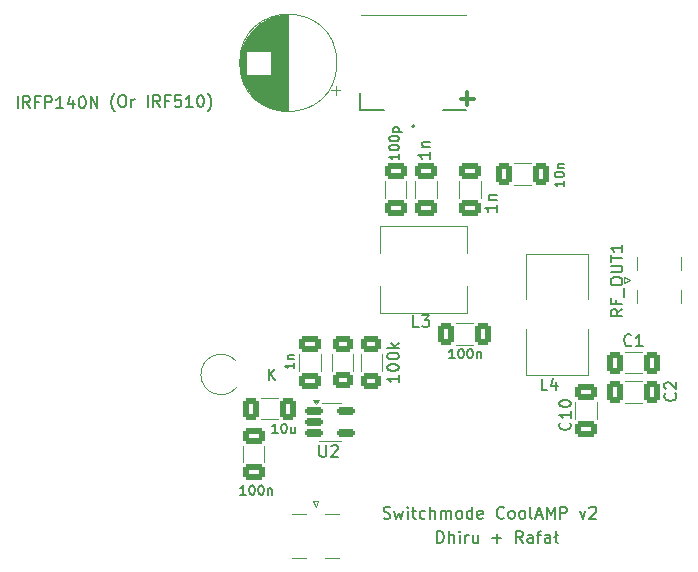
<source format=gbr>
%TF.GenerationSoftware,KiCad,Pcbnew,8.99.0-unknown-e538b98286~178~ubuntu22.04.1*%
%TF.CreationDate,2024-04-14T11:06:52+05:30*%
%TF.ProjectId,HF-PA-v10,48462d50-412d-4763-9130-2e6b69636164,rev?*%
%TF.SameCoordinates,Original*%
%TF.FileFunction,Legend,Top*%
%TF.FilePolarity,Positive*%
%FSLAX46Y46*%
G04 Gerber Fmt 4.6, Leading zero omitted, Abs format (unit mm)*
G04 Created by KiCad (PCBNEW 8.99.0-unknown-e538b98286~178~ubuntu22.04.1) date 2024-04-14 11:06:52*
%MOMM*%
%LPD*%
G01*
G04 APERTURE LIST*
G04 Aperture macros list*
%AMRoundRect*
0 Rectangle with rounded corners*
0 $1 Rounding radius*
0 $2 $3 $4 $5 $6 $7 $8 $9 X,Y pos of 4 corners*
0 Add a 4 corners polygon primitive as box body*
4,1,4,$2,$3,$4,$5,$6,$7,$8,$9,$2,$3,0*
0 Add four circle primitives for the rounded corners*
1,1,$1+$1,$2,$3*
1,1,$1+$1,$4,$5*
1,1,$1+$1,$6,$7*
1,1,$1+$1,$8,$9*
0 Add four rect primitives between the rounded corners*
20,1,$1+$1,$2,$3,$4,$5,0*
20,1,$1+$1,$4,$5,$6,$7,0*
20,1,$1+$1,$6,$7,$8,$9,0*
20,1,$1+$1,$8,$9,$2,$3,0*%
G04 Aperture macros list end*
%ADD10C,0.300000*%
%ADD11C,0.150000*%
%ADD12C,0.120000*%
%ADD13C,0.127000*%
%ADD14C,0.200000*%
%ADD15RoundRect,0.250000X-0.412500X-0.650000X0.412500X-0.650000X0.412500X0.650000X-0.412500X0.650000X0*%
%ADD16RoundRect,0.250000X0.412500X0.650000X-0.412500X0.650000X-0.412500X-0.650000X0.412500X-0.650000X0*%
%ADD17C,2.000000*%
%ADD18C,0.800000*%
%ADD19C,6.400000*%
%ADD20RoundRect,0.250000X-0.650000X0.412500X-0.650000X-0.412500X0.650000X-0.412500X0.650000X0.412500X0*%
%ADD21R,3.600000X1.270000*%
%ADD22R,4.200000X1.350000*%
%ADD23O,4.400000X2.200000*%
%ADD24O,4.000000X2.000000*%
%ADD25O,2.000000X4.000000*%
%ADD26R,1.600000X1.600000*%
%ADD27C,1.600000*%
%ADD28RoundRect,0.250000X0.650000X-0.412500X0.650000X0.412500X-0.650000X0.412500X-0.650000X-0.412500X0*%
%ADD29O,3.500000X3.500000*%
%ADD30R,2.000000X1.905000*%
%ADD31O,2.000000X1.905000*%
%ADD32R,1.270000X3.600000*%
%ADD33R,1.350000X4.200000*%
%ADD34O,3.600000X3.600000*%
%ADD35R,4.500000X2.500000*%
%ADD36O,4.500000X2.500000*%
%ADD37R,2.200000X2.200000*%
%ADD38O,2.200000X2.200000*%
%ADD39RoundRect,0.162500X-0.617500X-0.162500X0.617500X-0.162500X0.617500X0.162500X-0.617500X0.162500X0*%
%ADD40RoundRect,0.250000X-0.625000X0.400000X-0.625000X-0.400000X0.625000X-0.400000X0.625000X0.400000X0*%
%ADD41R,2.050000X2.200000*%
G04 APERTURE END LIST*
D10*
X187854510Y-70079400D02*
X188997368Y-70079400D01*
X188425939Y-70650828D02*
X188425939Y-69507971D01*
D11*
X158552493Y-71160771D02*
X158504874Y-71113152D01*
X158504874Y-71113152D02*
X158409636Y-70970295D01*
X158409636Y-70970295D02*
X158362017Y-70875057D01*
X158362017Y-70875057D02*
X158314398Y-70732200D01*
X158314398Y-70732200D02*
X158266779Y-70494104D01*
X158266779Y-70494104D02*
X158266779Y-70303628D01*
X158266779Y-70303628D02*
X158314398Y-70065533D01*
X158314398Y-70065533D02*
X158362017Y-69922676D01*
X158362017Y-69922676D02*
X158409636Y-69827438D01*
X158409636Y-69827438D02*
X158504874Y-69684580D01*
X158504874Y-69684580D02*
X158552493Y-69636961D01*
X159123922Y-69779819D02*
X159314398Y-69779819D01*
X159314398Y-69779819D02*
X159409636Y-69827438D01*
X159409636Y-69827438D02*
X159504874Y-69922676D01*
X159504874Y-69922676D02*
X159552493Y-70113152D01*
X159552493Y-70113152D02*
X159552493Y-70446485D01*
X159552493Y-70446485D02*
X159504874Y-70636961D01*
X159504874Y-70636961D02*
X159409636Y-70732200D01*
X159409636Y-70732200D02*
X159314398Y-70779819D01*
X159314398Y-70779819D02*
X159123922Y-70779819D01*
X159123922Y-70779819D02*
X159028684Y-70732200D01*
X159028684Y-70732200D02*
X158933446Y-70636961D01*
X158933446Y-70636961D02*
X158885827Y-70446485D01*
X158885827Y-70446485D02*
X158885827Y-70113152D01*
X158885827Y-70113152D02*
X158933446Y-69922676D01*
X158933446Y-69922676D02*
X159028684Y-69827438D01*
X159028684Y-69827438D02*
X159123922Y-69779819D01*
X159981065Y-70779819D02*
X159981065Y-70113152D01*
X159981065Y-70303628D02*
X160028684Y-70208390D01*
X160028684Y-70208390D02*
X160076303Y-70160771D01*
X160076303Y-70160771D02*
X160171541Y-70113152D01*
X160171541Y-70113152D02*
X160266779Y-70113152D01*
X161362018Y-70779819D02*
X161362018Y-69779819D01*
X162409636Y-70779819D02*
X162076303Y-70303628D01*
X161838208Y-70779819D02*
X161838208Y-69779819D01*
X161838208Y-69779819D02*
X162219160Y-69779819D01*
X162219160Y-69779819D02*
X162314398Y-69827438D01*
X162314398Y-69827438D02*
X162362017Y-69875057D01*
X162362017Y-69875057D02*
X162409636Y-69970295D01*
X162409636Y-69970295D02*
X162409636Y-70113152D01*
X162409636Y-70113152D02*
X162362017Y-70208390D01*
X162362017Y-70208390D02*
X162314398Y-70256009D01*
X162314398Y-70256009D02*
X162219160Y-70303628D01*
X162219160Y-70303628D02*
X161838208Y-70303628D01*
X163171541Y-70256009D02*
X162838208Y-70256009D01*
X162838208Y-70779819D02*
X162838208Y-69779819D01*
X162838208Y-69779819D02*
X163314398Y-69779819D01*
X164171541Y-69779819D02*
X163695351Y-69779819D01*
X163695351Y-69779819D02*
X163647732Y-70256009D01*
X163647732Y-70256009D02*
X163695351Y-70208390D01*
X163695351Y-70208390D02*
X163790589Y-70160771D01*
X163790589Y-70160771D02*
X164028684Y-70160771D01*
X164028684Y-70160771D02*
X164123922Y-70208390D01*
X164123922Y-70208390D02*
X164171541Y-70256009D01*
X164171541Y-70256009D02*
X164219160Y-70351247D01*
X164219160Y-70351247D02*
X164219160Y-70589342D01*
X164219160Y-70589342D02*
X164171541Y-70684580D01*
X164171541Y-70684580D02*
X164123922Y-70732200D01*
X164123922Y-70732200D02*
X164028684Y-70779819D01*
X164028684Y-70779819D02*
X163790589Y-70779819D01*
X163790589Y-70779819D02*
X163695351Y-70732200D01*
X163695351Y-70732200D02*
X163647732Y-70684580D01*
X165171541Y-70779819D02*
X164600113Y-70779819D01*
X164885827Y-70779819D02*
X164885827Y-69779819D01*
X164885827Y-69779819D02*
X164790589Y-69922676D01*
X164790589Y-69922676D02*
X164695351Y-70017914D01*
X164695351Y-70017914D02*
X164600113Y-70065533D01*
X165790589Y-69779819D02*
X165885827Y-69779819D01*
X165885827Y-69779819D02*
X165981065Y-69827438D01*
X165981065Y-69827438D02*
X166028684Y-69875057D01*
X166028684Y-69875057D02*
X166076303Y-69970295D01*
X166076303Y-69970295D02*
X166123922Y-70160771D01*
X166123922Y-70160771D02*
X166123922Y-70398866D01*
X166123922Y-70398866D02*
X166076303Y-70589342D01*
X166076303Y-70589342D02*
X166028684Y-70684580D01*
X166028684Y-70684580D02*
X165981065Y-70732200D01*
X165981065Y-70732200D02*
X165885827Y-70779819D01*
X165885827Y-70779819D02*
X165790589Y-70779819D01*
X165790589Y-70779819D02*
X165695351Y-70732200D01*
X165695351Y-70732200D02*
X165647732Y-70684580D01*
X165647732Y-70684580D02*
X165600113Y-70589342D01*
X165600113Y-70589342D02*
X165552494Y-70398866D01*
X165552494Y-70398866D02*
X165552494Y-70160771D01*
X165552494Y-70160771D02*
X165600113Y-69970295D01*
X165600113Y-69970295D02*
X165647732Y-69875057D01*
X165647732Y-69875057D02*
X165695351Y-69827438D01*
X165695351Y-69827438D02*
X165790589Y-69779819D01*
X166457256Y-71160771D02*
X166504875Y-71113152D01*
X166504875Y-71113152D02*
X166600113Y-70970295D01*
X166600113Y-70970295D02*
X166647732Y-70875057D01*
X166647732Y-70875057D02*
X166695351Y-70732200D01*
X166695351Y-70732200D02*
X166742970Y-70494104D01*
X166742970Y-70494104D02*
X166742970Y-70303628D01*
X166742970Y-70303628D02*
X166695351Y-70065533D01*
X166695351Y-70065533D02*
X166647732Y-69922676D01*
X166647732Y-69922676D02*
X166600113Y-69827438D01*
X166600113Y-69827438D02*
X166504875Y-69684580D01*
X166504875Y-69684580D02*
X166457256Y-69636961D01*
X185876779Y-107679819D02*
X185876779Y-106679819D01*
X185876779Y-106679819D02*
X186114874Y-106679819D01*
X186114874Y-106679819D02*
X186257731Y-106727438D01*
X186257731Y-106727438D02*
X186352969Y-106822676D01*
X186352969Y-106822676D02*
X186400588Y-106917914D01*
X186400588Y-106917914D02*
X186448207Y-107108390D01*
X186448207Y-107108390D02*
X186448207Y-107251247D01*
X186448207Y-107251247D02*
X186400588Y-107441723D01*
X186400588Y-107441723D02*
X186352969Y-107536961D01*
X186352969Y-107536961D02*
X186257731Y-107632200D01*
X186257731Y-107632200D02*
X186114874Y-107679819D01*
X186114874Y-107679819D02*
X185876779Y-107679819D01*
X186876779Y-107679819D02*
X186876779Y-106679819D01*
X187305350Y-107679819D02*
X187305350Y-107156009D01*
X187305350Y-107156009D02*
X187257731Y-107060771D01*
X187257731Y-107060771D02*
X187162493Y-107013152D01*
X187162493Y-107013152D02*
X187019636Y-107013152D01*
X187019636Y-107013152D02*
X186924398Y-107060771D01*
X186924398Y-107060771D02*
X186876779Y-107108390D01*
X187781541Y-107679819D02*
X187781541Y-107013152D01*
X187781541Y-106679819D02*
X187733922Y-106727438D01*
X187733922Y-106727438D02*
X187781541Y-106775057D01*
X187781541Y-106775057D02*
X187829160Y-106727438D01*
X187829160Y-106727438D02*
X187781541Y-106679819D01*
X187781541Y-106679819D02*
X187781541Y-106775057D01*
X188257731Y-107679819D02*
X188257731Y-107013152D01*
X188257731Y-107203628D02*
X188305350Y-107108390D01*
X188305350Y-107108390D02*
X188352969Y-107060771D01*
X188352969Y-107060771D02*
X188448207Y-107013152D01*
X188448207Y-107013152D02*
X188543445Y-107013152D01*
X189305350Y-107013152D02*
X189305350Y-107679819D01*
X188876779Y-107013152D02*
X188876779Y-107536961D01*
X188876779Y-107536961D02*
X188924398Y-107632200D01*
X188924398Y-107632200D02*
X189019636Y-107679819D01*
X189019636Y-107679819D02*
X189162493Y-107679819D01*
X189162493Y-107679819D02*
X189257731Y-107632200D01*
X189257731Y-107632200D02*
X189305350Y-107584580D01*
X190543446Y-107298866D02*
X191305351Y-107298866D01*
X190924398Y-107679819D02*
X190924398Y-106917914D01*
X193114874Y-107679819D02*
X192781541Y-107203628D01*
X192543446Y-107679819D02*
X192543446Y-106679819D01*
X192543446Y-106679819D02*
X192924398Y-106679819D01*
X192924398Y-106679819D02*
X193019636Y-106727438D01*
X193019636Y-106727438D02*
X193067255Y-106775057D01*
X193067255Y-106775057D02*
X193114874Y-106870295D01*
X193114874Y-106870295D02*
X193114874Y-107013152D01*
X193114874Y-107013152D02*
X193067255Y-107108390D01*
X193067255Y-107108390D02*
X193019636Y-107156009D01*
X193019636Y-107156009D02*
X192924398Y-107203628D01*
X192924398Y-107203628D02*
X192543446Y-107203628D01*
X193972017Y-107679819D02*
X193972017Y-107156009D01*
X193972017Y-107156009D02*
X193924398Y-107060771D01*
X193924398Y-107060771D02*
X193829160Y-107013152D01*
X193829160Y-107013152D02*
X193638684Y-107013152D01*
X193638684Y-107013152D02*
X193543446Y-107060771D01*
X193972017Y-107632200D02*
X193876779Y-107679819D01*
X193876779Y-107679819D02*
X193638684Y-107679819D01*
X193638684Y-107679819D02*
X193543446Y-107632200D01*
X193543446Y-107632200D02*
X193495827Y-107536961D01*
X193495827Y-107536961D02*
X193495827Y-107441723D01*
X193495827Y-107441723D02*
X193543446Y-107346485D01*
X193543446Y-107346485D02*
X193638684Y-107298866D01*
X193638684Y-107298866D02*
X193876779Y-107298866D01*
X193876779Y-107298866D02*
X193972017Y-107251247D01*
X194305351Y-107013152D02*
X194686303Y-107013152D01*
X194448208Y-107679819D02*
X194448208Y-106822676D01*
X194448208Y-106822676D02*
X194495827Y-106727438D01*
X194495827Y-106727438D02*
X194591065Y-106679819D01*
X194591065Y-106679819D02*
X194686303Y-106679819D01*
X195448208Y-107679819D02*
X195448208Y-107156009D01*
X195448208Y-107156009D02*
X195400589Y-107060771D01*
X195400589Y-107060771D02*
X195305351Y-107013152D01*
X195305351Y-107013152D02*
X195114875Y-107013152D01*
X195114875Y-107013152D02*
X195019637Y-107060771D01*
X195448208Y-107632200D02*
X195352970Y-107679819D01*
X195352970Y-107679819D02*
X195114875Y-107679819D01*
X195114875Y-107679819D02*
X195019637Y-107632200D01*
X195019637Y-107632200D02*
X194972018Y-107536961D01*
X194972018Y-107536961D02*
X194972018Y-107441723D01*
X194972018Y-107441723D02*
X195019637Y-107346485D01*
X195019637Y-107346485D02*
X195114875Y-107298866D01*
X195114875Y-107298866D02*
X195352970Y-107298866D01*
X195352970Y-107298866D02*
X195448208Y-107251247D01*
X196067256Y-107679819D02*
X195972018Y-107632200D01*
X195972018Y-107632200D02*
X195924399Y-107536961D01*
X195924399Y-107536961D02*
X195924399Y-106679819D01*
X195781542Y-107203628D02*
X196067256Y-107013152D01*
X181329160Y-105592256D02*
X181472017Y-105639875D01*
X181472017Y-105639875D02*
X181710112Y-105639875D01*
X181710112Y-105639875D02*
X181805350Y-105592256D01*
X181805350Y-105592256D02*
X181852969Y-105544636D01*
X181852969Y-105544636D02*
X181900588Y-105449398D01*
X181900588Y-105449398D02*
X181900588Y-105354160D01*
X181900588Y-105354160D02*
X181852969Y-105258922D01*
X181852969Y-105258922D02*
X181805350Y-105211303D01*
X181805350Y-105211303D02*
X181710112Y-105163684D01*
X181710112Y-105163684D02*
X181519636Y-105116065D01*
X181519636Y-105116065D02*
X181424398Y-105068446D01*
X181424398Y-105068446D02*
X181376779Y-105020827D01*
X181376779Y-105020827D02*
X181329160Y-104925589D01*
X181329160Y-104925589D02*
X181329160Y-104830351D01*
X181329160Y-104830351D02*
X181376779Y-104735113D01*
X181376779Y-104735113D02*
X181424398Y-104687494D01*
X181424398Y-104687494D02*
X181519636Y-104639875D01*
X181519636Y-104639875D02*
X181757731Y-104639875D01*
X181757731Y-104639875D02*
X181900588Y-104687494D01*
X182233922Y-104973208D02*
X182424398Y-105639875D01*
X182424398Y-105639875D02*
X182614874Y-105163684D01*
X182614874Y-105163684D02*
X182805350Y-105639875D01*
X182805350Y-105639875D02*
X182995826Y-104973208D01*
X183376779Y-105639875D02*
X183376779Y-104973208D01*
X183376779Y-104639875D02*
X183329160Y-104687494D01*
X183329160Y-104687494D02*
X183376779Y-104735113D01*
X183376779Y-104735113D02*
X183424398Y-104687494D01*
X183424398Y-104687494D02*
X183376779Y-104639875D01*
X183376779Y-104639875D02*
X183376779Y-104735113D01*
X183710112Y-104973208D02*
X184091064Y-104973208D01*
X183852969Y-104639875D02*
X183852969Y-105497017D01*
X183852969Y-105497017D02*
X183900588Y-105592256D01*
X183900588Y-105592256D02*
X183995826Y-105639875D01*
X183995826Y-105639875D02*
X184091064Y-105639875D01*
X184852969Y-105592256D02*
X184757731Y-105639875D01*
X184757731Y-105639875D02*
X184567255Y-105639875D01*
X184567255Y-105639875D02*
X184472017Y-105592256D01*
X184472017Y-105592256D02*
X184424398Y-105544636D01*
X184424398Y-105544636D02*
X184376779Y-105449398D01*
X184376779Y-105449398D02*
X184376779Y-105163684D01*
X184376779Y-105163684D02*
X184424398Y-105068446D01*
X184424398Y-105068446D02*
X184472017Y-105020827D01*
X184472017Y-105020827D02*
X184567255Y-104973208D01*
X184567255Y-104973208D02*
X184757731Y-104973208D01*
X184757731Y-104973208D02*
X184852969Y-105020827D01*
X185281541Y-105639875D02*
X185281541Y-104639875D01*
X185710112Y-105639875D02*
X185710112Y-105116065D01*
X185710112Y-105116065D02*
X185662493Y-105020827D01*
X185662493Y-105020827D02*
X185567255Y-104973208D01*
X185567255Y-104973208D02*
X185424398Y-104973208D01*
X185424398Y-104973208D02*
X185329160Y-105020827D01*
X185329160Y-105020827D02*
X185281541Y-105068446D01*
X186186303Y-105639875D02*
X186186303Y-104973208D01*
X186186303Y-105068446D02*
X186233922Y-105020827D01*
X186233922Y-105020827D02*
X186329160Y-104973208D01*
X186329160Y-104973208D02*
X186472017Y-104973208D01*
X186472017Y-104973208D02*
X186567255Y-105020827D01*
X186567255Y-105020827D02*
X186614874Y-105116065D01*
X186614874Y-105116065D02*
X186614874Y-105639875D01*
X186614874Y-105116065D02*
X186662493Y-105020827D01*
X186662493Y-105020827D02*
X186757731Y-104973208D01*
X186757731Y-104973208D02*
X186900588Y-104973208D01*
X186900588Y-104973208D02*
X186995827Y-105020827D01*
X186995827Y-105020827D02*
X187043446Y-105116065D01*
X187043446Y-105116065D02*
X187043446Y-105639875D01*
X187662493Y-105639875D02*
X187567255Y-105592256D01*
X187567255Y-105592256D02*
X187519636Y-105544636D01*
X187519636Y-105544636D02*
X187472017Y-105449398D01*
X187472017Y-105449398D02*
X187472017Y-105163684D01*
X187472017Y-105163684D02*
X187519636Y-105068446D01*
X187519636Y-105068446D02*
X187567255Y-105020827D01*
X187567255Y-105020827D02*
X187662493Y-104973208D01*
X187662493Y-104973208D02*
X187805350Y-104973208D01*
X187805350Y-104973208D02*
X187900588Y-105020827D01*
X187900588Y-105020827D02*
X187948207Y-105068446D01*
X187948207Y-105068446D02*
X187995826Y-105163684D01*
X187995826Y-105163684D02*
X187995826Y-105449398D01*
X187995826Y-105449398D02*
X187948207Y-105544636D01*
X187948207Y-105544636D02*
X187900588Y-105592256D01*
X187900588Y-105592256D02*
X187805350Y-105639875D01*
X187805350Y-105639875D02*
X187662493Y-105639875D01*
X188852969Y-105639875D02*
X188852969Y-104639875D01*
X188852969Y-105592256D02*
X188757731Y-105639875D01*
X188757731Y-105639875D02*
X188567255Y-105639875D01*
X188567255Y-105639875D02*
X188472017Y-105592256D01*
X188472017Y-105592256D02*
X188424398Y-105544636D01*
X188424398Y-105544636D02*
X188376779Y-105449398D01*
X188376779Y-105449398D02*
X188376779Y-105163684D01*
X188376779Y-105163684D02*
X188424398Y-105068446D01*
X188424398Y-105068446D02*
X188472017Y-105020827D01*
X188472017Y-105020827D02*
X188567255Y-104973208D01*
X188567255Y-104973208D02*
X188757731Y-104973208D01*
X188757731Y-104973208D02*
X188852969Y-105020827D01*
X189710112Y-105592256D02*
X189614874Y-105639875D01*
X189614874Y-105639875D02*
X189424398Y-105639875D01*
X189424398Y-105639875D02*
X189329160Y-105592256D01*
X189329160Y-105592256D02*
X189281541Y-105497017D01*
X189281541Y-105497017D02*
X189281541Y-105116065D01*
X189281541Y-105116065D02*
X189329160Y-105020827D01*
X189329160Y-105020827D02*
X189424398Y-104973208D01*
X189424398Y-104973208D02*
X189614874Y-104973208D01*
X189614874Y-104973208D02*
X189710112Y-105020827D01*
X189710112Y-105020827D02*
X189757731Y-105116065D01*
X189757731Y-105116065D02*
X189757731Y-105211303D01*
X189757731Y-105211303D02*
X189281541Y-105306541D01*
X191519636Y-105544636D02*
X191472017Y-105592256D01*
X191472017Y-105592256D02*
X191329160Y-105639875D01*
X191329160Y-105639875D02*
X191233922Y-105639875D01*
X191233922Y-105639875D02*
X191091065Y-105592256D01*
X191091065Y-105592256D02*
X190995827Y-105497017D01*
X190995827Y-105497017D02*
X190948208Y-105401779D01*
X190948208Y-105401779D02*
X190900589Y-105211303D01*
X190900589Y-105211303D02*
X190900589Y-105068446D01*
X190900589Y-105068446D02*
X190948208Y-104877970D01*
X190948208Y-104877970D02*
X190995827Y-104782732D01*
X190995827Y-104782732D02*
X191091065Y-104687494D01*
X191091065Y-104687494D02*
X191233922Y-104639875D01*
X191233922Y-104639875D02*
X191329160Y-104639875D01*
X191329160Y-104639875D02*
X191472017Y-104687494D01*
X191472017Y-104687494D02*
X191519636Y-104735113D01*
X192091065Y-105639875D02*
X191995827Y-105592256D01*
X191995827Y-105592256D02*
X191948208Y-105544636D01*
X191948208Y-105544636D02*
X191900589Y-105449398D01*
X191900589Y-105449398D02*
X191900589Y-105163684D01*
X191900589Y-105163684D02*
X191948208Y-105068446D01*
X191948208Y-105068446D02*
X191995827Y-105020827D01*
X191995827Y-105020827D02*
X192091065Y-104973208D01*
X192091065Y-104973208D02*
X192233922Y-104973208D01*
X192233922Y-104973208D02*
X192329160Y-105020827D01*
X192329160Y-105020827D02*
X192376779Y-105068446D01*
X192376779Y-105068446D02*
X192424398Y-105163684D01*
X192424398Y-105163684D02*
X192424398Y-105449398D01*
X192424398Y-105449398D02*
X192376779Y-105544636D01*
X192376779Y-105544636D02*
X192329160Y-105592256D01*
X192329160Y-105592256D02*
X192233922Y-105639875D01*
X192233922Y-105639875D02*
X192091065Y-105639875D01*
X192995827Y-105639875D02*
X192900589Y-105592256D01*
X192900589Y-105592256D02*
X192852970Y-105544636D01*
X192852970Y-105544636D02*
X192805351Y-105449398D01*
X192805351Y-105449398D02*
X192805351Y-105163684D01*
X192805351Y-105163684D02*
X192852970Y-105068446D01*
X192852970Y-105068446D02*
X192900589Y-105020827D01*
X192900589Y-105020827D02*
X192995827Y-104973208D01*
X192995827Y-104973208D02*
X193138684Y-104973208D01*
X193138684Y-104973208D02*
X193233922Y-105020827D01*
X193233922Y-105020827D02*
X193281541Y-105068446D01*
X193281541Y-105068446D02*
X193329160Y-105163684D01*
X193329160Y-105163684D02*
X193329160Y-105449398D01*
X193329160Y-105449398D02*
X193281541Y-105544636D01*
X193281541Y-105544636D02*
X193233922Y-105592256D01*
X193233922Y-105592256D02*
X193138684Y-105639875D01*
X193138684Y-105639875D02*
X192995827Y-105639875D01*
X193900589Y-105639875D02*
X193805351Y-105592256D01*
X193805351Y-105592256D02*
X193757732Y-105497017D01*
X193757732Y-105497017D02*
X193757732Y-104639875D01*
X194233923Y-105354160D02*
X194710113Y-105354160D01*
X194138685Y-105639875D02*
X194472018Y-104639875D01*
X194472018Y-104639875D02*
X194805351Y-105639875D01*
X195138685Y-105639875D02*
X195138685Y-104639875D01*
X195138685Y-104639875D02*
X195472018Y-105354160D01*
X195472018Y-105354160D02*
X195805351Y-104639875D01*
X195805351Y-104639875D02*
X195805351Y-105639875D01*
X196281542Y-105639875D02*
X196281542Y-104639875D01*
X196281542Y-104639875D02*
X196662494Y-104639875D01*
X196662494Y-104639875D02*
X196757732Y-104687494D01*
X196757732Y-104687494D02*
X196805351Y-104735113D01*
X196805351Y-104735113D02*
X196852970Y-104830351D01*
X196852970Y-104830351D02*
X196852970Y-104973208D01*
X196852970Y-104973208D02*
X196805351Y-105068446D01*
X196805351Y-105068446D02*
X196757732Y-105116065D01*
X196757732Y-105116065D02*
X196662494Y-105163684D01*
X196662494Y-105163684D02*
X196281542Y-105163684D01*
X197948209Y-104973208D02*
X198186304Y-105639875D01*
X198186304Y-105639875D02*
X198424399Y-104973208D01*
X198757733Y-104735113D02*
X198805352Y-104687494D01*
X198805352Y-104687494D02*
X198900590Y-104639875D01*
X198900590Y-104639875D02*
X199138685Y-104639875D01*
X199138685Y-104639875D02*
X199233923Y-104687494D01*
X199233923Y-104687494D02*
X199281542Y-104735113D01*
X199281542Y-104735113D02*
X199329161Y-104830351D01*
X199329161Y-104830351D02*
X199329161Y-104925589D01*
X199329161Y-104925589D02*
X199281542Y-105068446D01*
X199281542Y-105068446D02*
X198710114Y-105639875D01*
X198710114Y-105639875D02*
X199329161Y-105639875D01*
X172375713Y-98392295D02*
X171918570Y-98392295D01*
X172147142Y-98392295D02*
X172147142Y-97592295D01*
X172147142Y-97592295D02*
X172070951Y-97706580D01*
X172070951Y-97706580D02*
X171994761Y-97782771D01*
X171994761Y-97782771D02*
X171918570Y-97820866D01*
X172870952Y-97592295D02*
X172947142Y-97592295D01*
X172947142Y-97592295D02*
X173023333Y-97630390D01*
X173023333Y-97630390D02*
X173061428Y-97668485D01*
X173061428Y-97668485D02*
X173099523Y-97744676D01*
X173099523Y-97744676D02*
X173137618Y-97897057D01*
X173137618Y-97897057D02*
X173137618Y-98087533D01*
X173137618Y-98087533D02*
X173099523Y-98239914D01*
X173099523Y-98239914D02*
X173061428Y-98316104D01*
X173061428Y-98316104D02*
X173023333Y-98354200D01*
X173023333Y-98354200D02*
X172947142Y-98392295D01*
X172947142Y-98392295D02*
X172870952Y-98392295D01*
X172870952Y-98392295D02*
X172794761Y-98354200D01*
X172794761Y-98354200D02*
X172756666Y-98316104D01*
X172756666Y-98316104D02*
X172718571Y-98239914D01*
X172718571Y-98239914D02*
X172680475Y-98087533D01*
X172680475Y-98087533D02*
X172680475Y-97897057D01*
X172680475Y-97897057D02*
X172718571Y-97744676D01*
X172718571Y-97744676D02*
X172756666Y-97668485D01*
X172756666Y-97668485D02*
X172794761Y-97630390D01*
X172794761Y-97630390D02*
X172870952Y-97592295D01*
X173823333Y-97858961D02*
X173823333Y-98392295D01*
X173480476Y-97858961D02*
X173480476Y-98278009D01*
X173480476Y-98278009D02*
X173518571Y-98354200D01*
X173518571Y-98354200D02*
X173594761Y-98392295D01*
X173594761Y-98392295D02*
X173709047Y-98392295D01*
X173709047Y-98392295D02*
X173785238Y-98354200D01*
X173785238Y-98354200D02*
X173823333Y-98316104D01*
X187364761Y-92062295D02*
X186907618Y-92062295D01*
X187136190Y-92062295D02*
X187136190Y-91262295D01*
X187136190Y-91262295D02*
X187059999Y-91376580D01*
X187059999Y-91376580D02*
X186983809Y-91452771D01*
X186983809Y-91452771D02*
X186907618Y-91490866D01*
X187860000Y-91262295D02*
X187936190Y-91262295D01*
X187936190Y-91262295D02*
X188012381Y-91300390D01*
X188012381Y-91300390D02*
X188050476Y-91338485D01*
X188050476Y-91338485D02*
X188088571Y-91414676D01*
X188088571Y-91414676D02*
X188126666Y-91567057D01*
X188126666Y-91567057D02*
X188126666Y-91757533D01*
X188126666Y-91757533D02*
X188088571Y-91909914D01*
X188088571Y-91909914D02*
X188050476Y-91986104D01*
X188050476Y-91986104D02*
X188012381Y-92024200D01*
X188012381Y-92024200D02*
X187936190Y-92062295D01*
X187936190Y-92062295D02*
X187860000Y-92062295D01*
X187860000Y-92062295D02*
X187783809Y-92024200D01*
X187783809Y-92024200D02*
X187745714Y-91986104D01*
X187745714Y-91986104D02*
X187707619Y-91909914D01*
X187707619Y-91909914D02*
X187669523Y-91757533D01*
X187669523Y-91757533D02*
X187669523Y-91567057D01*
X187669523Y-91567057D02*
X187707619Y-91414676D01*
X187707619Y-91414676D02*
X187745714Y-91338485D01*
X187745714Y-91338485D02*
X187783809Y-91300390D01*
X187783809Y-91300390D02*
X187860000Y-91262295D01*
X188621905Y-91262295D02*
X188698095Y-91262295D01*
X188698095Y-91262295D02*
X188774286Y-91300390D01*
X188774286Y-91300390D02*
X188812381Y-91338485D01*
X188812381Y-91338485D02*
X188850476Y-91414676D01*
X188850476Y-91414676D02*
X188888571Y-91567057D01*
X188888571Y-91567057D02*
X188888571Y-91757533D01*
X188888571Y-91757533D02*
X188850476Y-91909914D01*
X188850476Y-91909914D02*
X188812381Y-91986104D01*
X188812381Y-91986104D02*
X188774286Y-92024200D01*
X188774286Y-92024200D02*
X188698095Y-92062295D01*
X188698095Y-92062295D02*
X188621905Y-92062295D01*
X188621905Y-92062295D02*
X188545714Y-92024200D01*
X188545714Y-92024200D02*
X188507619Y-91986104D01*
X188507619Y-91986104D02*
X188469524Y-91909914D01*
X188469524Y-91909914D02*
X188431428Y-91757533D01*
X188431428Y-91757533D02*
X188431428Y-91567057D01*
X188431428Y-91567057D02*
X188469524Y-91414676D01*
X188469524Y-91414676D02*
X188507619Y-91338485D01*
X188507619Y-91338485D02*
X188545714Y-91300390D01*
X188545714Y-91300390D02*
X188621905Y-91262295D01*
X189231429Y-91528961D02*
X189231429Y-92062295D01*
X189231429Y-91605152D02*
X189269524Y-91567057D01*
X189269524Y-91567057D02*
X189345714Y-91528961D01*
X189345714Y-91528961D02*
X189460000Y-91528961D01*
X189460000Y-91528961D02*
X189536191Y-91567057D01*
X189536191Y-91567057D02*
X189574286Y-91643247D01*
X189574286Y-91643247D02*
X189574286Y-92062295D01*
X195193333Y-94774819D02*
X194717143Y-94774819D01*
X194717143Y-94774819D02*
X194717143Y-93774819D01*
X195955238Y-94108152D02*
X195955238Y-94774819D01*
X195717143Y-93727200D02*
X195479048Y-94441485D01*
X195479048Y-94441485D02*
X196098095Y-94441485D01*
X185274819Y-74576666D02*
X185274819Y-75148094D01*
X185274819Y-74862380D02*
X184274819Y-74862380D01*
X184274819Y-74862380D02*
X184417676Y-74957618D01*
X184417676Y-74957618D02*
X184512914Y-75052856D01*
X184512914Y-75052856D02*
X184560533Y-75148094D01*
X184608152Y-74148094D02*
X185274819Y-74148094D01*
X184703390Y-74148094D02*
X184655771Y-74100475D01*
X184655771Y-74100475D02*
X184608152Y-74005237D01*
X184608152Y-74005237D02*
X184608152Y-73862380D01*
X184608152Y-73862380D02*
X184655771Y-73767142D01*
X184655771Y-73767142D02*
X184751009Y-73719523D01*
X184751009Y-73719523D02*
X185274819Y-73719523D01*
X201554819Y-87884762D02*
X201078628Y-88218095D01*
X201554819Y-88456190D02*
X200554819Y-88456190D01*
X200554819Y-88456190D02*
X200554819Y-88075238D01*
X200554819Y-88075238D02*
X200602438Y-87980000D01*
X200602438Y-87980000D02*
X200650057Y-87932381D01*
X200650057Y-87932381D02*
X200745295Y-87884762D01*
X200745295Y-87884762D02*
X200888152Y-87884762D01*
X200888152Y-87884762D02*
X200983390Y-87932381D01*
X200983390Y-87932381D02*
X201031009Y-87980000D01*
X201031009Y-87980000D02*
X201078628Y-88075238D01*
X201078628Y-88075238D02*
X201078628Y-88456190D01*
X201031009Y-87122857D02*
X201031009Y-87456190D01*
X201554819Y-87456190D02*
X200554819Y-87456190D01*
X200554819Y-87456190D02*
X200554819Y-86980000D01*
X201650057Y-86837143D02*
X201650057Y-86075238D01*
X200554819Y-85646666D02*
X200554819Y-85456190D01*
X200554819Y-85456190D02*
X200602438Y-85360952D01*
X200602438Y-85360952D02*
X200697676Y-85265714D01*
X200697676Y-85265714D02*
X200888152Y-85218095D01*
X200888152Y-85218095D02*
X201221485Y-85218095D01*
X201221485Y-85218095D02*
X201411961Y-85265714D01*
X201411961Y-85265714D02*
X201507200Y-85360952D01*
X201507200Y-85360952D02*
X201554819Y-85456190D01*
X201554819Y-85456190D02*
X201554819Y-85646666D01*
X201554819Y-85646666D02*
X201507200Y-85741904D01*
X201507200Y-85741904D02*
X201411961Y-85837142D01*
X201411961Y-85837142D02*
X201221485Y-85884761D01*
X201221485Y-85884761D02*
X200888152Y-85884761D01*
X200888152Y-85884761D02*
X200697676Y-85837142D01*
X200697676Y-85837142D02*
X200602438Y-85741904D01*
X200602438Y-85741904D02*
X200554819Y-85646666D01*
X200554819Y-84789523D02*
X201364342Y-84789523D01*
X201364342Y-84789523D02*
X201459580Y-84741904D01*
X201459580Y-84741904D02*
X201507200Y-84694285D01*
X201507200Y-84694285D02*
X201554819Y-84599047D01*
X201554819Y-84599047D02*
X201554819Y-84408571D01*
X201554819Y-84408571D02*
X201507200Y-84313333D01*
X201507200Y-84313333D02*
X201459580Y-84265714D01*
X201459580Y-84265714D02*
X201364342Y-84218095D01*
X201364342Y-84218095D02*
X200554819Y-84218095D01*
X200554819Y-83884761D02*
X200554819Y-83313333D01*
X201554819Y-83599047D02*
X200554819Y-83599047D01*
X201554819Y-82456190D02*
X201554819Y-83027618D01*
X201554819Y-82741904D02*
X200554819Y-82741904D01*
X200554819Y-82741904D02*
X200697676Y-82837142D01*
X200697676Y-82837142D02*
X200792914Y-82932380D01*
X200792914Y-82932380D02*
X200840533Y-83027618D01*
X190914819Y-79066666D02*
X190914819Y-79638094D01*
X190914819Y-79352380D02*
X189914819Y-79352380D01*
X189914819Y-79352380D02*
X190057676Y-79447618D01*
X190057676Y-79447618D02*
X190152914Y-79542856D01*
X190152914Y-79542856D02*
X190200533Y-79638094D01*
X190248152Y-78638094D02*
X190914819Y-78638094D01*
X190343390Y-78638094D02*
X190295771Y-78590475D01*
X190295771Y-78590475D02*
X190248152Y-78495237D01*
X190248152Y-78495237D02*
X190248152Y-78352380D01*
X190248152Y-78352380D02*
X190295771Y-78257142D01*
X190295771Y-78257142D02*
X190391009Y-78209523D01*
X190391009Y-78209523D02*
X190914819Y-78209523D01*
X173782295Y-92455833D02*
X173782295Y-92912976D01*
X173782295Y-92684404D02*
X172982295Y-92684404D01*
X172982295Y-92684404D02*
X173096580Y-92760595D01*
X173096580Y-92760595D02*
X173172771Y-92836785D01*
X173172771Y-92836785D02*
X173210866Y-92912976D01*
X173248961Y-92112975D02*
X173782295Y-92112975D01*
X173325152Y-92112975D02*
X173287057Y-92074880D01*
X173287057Y-92074880D02*
X173248961Y-91998690D01*
X173248961Y-91998690D02*
X173248961Y-91884404D01*
X173248961Y-91884404D02*
X173287057Y-91808213D01*
X173287057Y-91808213D02*
X173363247Y-91770118D01*
X173363247Y-91770118D02*
X173782295Y-91770118D01*
X202313333Y-90929580D02*
X202265714Y-90977200D01*
X202265714Y-90977200D02*
X202122857Y-91024819D01*
X202122857Y-91024819D02*
X202027619Y-91024819D01*
X202027619Y-91024819D02*
X201884762Y-90977200D01*
X201884762Y-90977200D02*
X201789524Y-90881961D01*
X201789524Y-90881961D02*
X201741905Y-90786723D01*
X201741905Y-90786723D02*
X201694286Y-90596247D01*
X201694286Y-90596247D02*
X201694286Y-90453390D01*
X201694286Y-90453390D02*
X201741905Y-90262914D01*
X201741905Y-90262914D02*
X201789524Y-90167676D01*
X201789524Y-90167676D02*
X201884762Y-90072438D01*
X201884762Y-90072438D02*
X202027619Y-90024819D01*
X202027619Y-90024819D02*
X202122857Y-90024819D01*
X202122857Y-90024819D02*
X202265714Y-90072438D01*
X202265714Y-90072438D02*
X202313333Y-90120057D01*
X203265714Y-91024819D02*
X202694286Y-91024819D01*
X202980000Y-91024819D02*
X202980000Y-90024819D01*
X202980000Y-90024819D02*
X202884762Y-90167676D01*
X202884762Y-90167676D02*
X202789524Y-90262914D01*
X202789524Y-90262914D02*
X202694286Y-90310533D01*
X150339048Y-70874819D02*
X150339048Y-69874819D01*
X151386666Y-70874819D02*
X151053333Y-70398628D01*
X150815238Y-70874819D02*
X150815238Y-69874819D01*
X150815238Y-69874819D02*
X151196190Y-69874819D01*
X151196190Y-69874819D02*
X151291428Y-69922438D01*
X151291428Y-69922438D02*
X151339047Y-69970057D01*
X151339047Y-69970057D02*
X151386666Y-70065295D01*
X151386666Y-70065295D02*
X151386666Y-70208152D01*
X151386666Y-70208152D02*
X151339047Y-70303390D01*
X151339047Y-70303390D02*
X151291428Y-70351009D01*
X151291428Y-70351009D02*
X151196190Y-70398628D01*
X151196190Y-70398628D02*
X150815238Y-70398628D01*
X152148571Y-70351009D02*
X151815238Y-70351009D01*
X151815238Y-70874819D02*
X151815238Y-69874819D01*
X151815238Y-69874819D02*
X152291428Y-69874819D01*
X152672381Y-70874819D02*
X152672381Y-69874819D01*
X152672381Y-69874819D02*
X153053333Y-69874819D01*
X153053333Y-69874819D02*
X153148571Y-69922438D01*
X153148571Y-69922438D02*
X153196190Y-69970057D01*
X153196190Y-69970057D02*
X153243809Y-70065295D01*
X153243809Y-70065295D02*
X153243809Y-70208152D01*
X153243809Y-70208152D02*
X153196190Y-70303390D01*
X153196190Y-70303390D02*
X153148571Y-70351009D01*
X153148571Y-70351009D02*
X153053333Y-70398628D01*
X153053333Y-70398628D02*
X152672381Y-70398628D01*
X154196190Y-70874819D02*
X153624762Y-70874819D01*
X153910476Y-70874819D02*
X153910476Y-69874819D01*
X153910476Y-69874819D02*
X153815238Y-70017676D01*
X153815238Y-70017676D02*
X153720000Y-70112914D01*
X153720000Y-70112914D02*
X153624762Y-70160533D01*
X155053333Y-70208152D02*
X155053333Y-70874819D01*
X154815238Y-69827200D02*
X154577143Y-70541485D01*
X154577143Y-70541485D02*
X155196190Y-70541485D01*
X155767619Y-69874819D02*
X155862857Y-69874819D01*
X155862857Y-69874819D02*
X155958095Y-69922438D01*
X155958095Y-69922438D02*
X156005714Y-69970057D01*
X156005714Y-69970057D02*
X156053333Y-70065295D01*
X156053333Y-70065295D02*
X156100952Y-70255771D01*
X156100952Y-70255771D02*
X156100952Y-70493866D01*
X156100952Y-70493866D02*
X156053333Y-70684342D01*
X156053333Y-70684342D02*
X156005714Y-70779580D01*
X156005714Y-70779580D02*
X155958095Y-70827200D01*
X155958095Y-70827200D02*
X155862857Y-70874819D01*
X155862857Y-70874819D02*
X155767619Y-70874819D01*
X155767619Y-70874819D02*
X155672381Y-70827200D01*
X155672381Y-70827200D02*
X155624762Y-70779580D01*
X155624762Y-70779580D02*
X155577143Y-70684342D01*
X155577143Y-70684342D02*
X155529524Y-70493866D01*
X155529524Y-70493866D02*
X155529524Y-70255771D01*
X155529524Y-70255771D02*
X155577143Y-70065295D01*
X155577143Y-70065295D02*
X155624762Y-69970057D01*
X155624762Y-69970057D02*
X155672381Y-69922438D01*
X155672381Y-69922438D02*
X155767619Y-69874819D01*
X156529524Y-70874819D02*
X156529524Y-69874819D01*
X156529524Y-69874819D02*
X157100952Y-70874819D01*
X157100952Y-70874819D02*
X157100952Y-69874819D01*
X182632295Y-74765238D02*
X182632295Y-75222381D01*
X182632295Y-74993809D02*
X181832295Y-74993809D01*
X181832295Y-74993809D02*
X181946580Y-75070000D01*
X181946580Y-75070000D02*
X182022771Y-75146190D01*
X182022771Y-75146190D02*
X182060866Y-75222381D01*
X181832295Y-74269999D02*
X181832295Y-74193809D01*
X181832295Y-74193809D02*
X181870390Y-74117618D01*
X181870390Y-74117618D02*
X181908485Y-74079523D01*
X181908485Y-74079523D02*
X181984676Y-74041428D01*
X181984676Y-74041428D02*
X182137057Y-74003333D01*
X182137057Y-74003333D02*
X182327533Y-74003333D01*
X182327533Y-74003333D02*
X182479914Y-74041428D01*
X182479914Y-74041428D02*
X182556104Y-74079523D01*
X182556104Y-74079523D02*
X182594200Y-74117618D01*
X182594200Y-74117618D02*
X182632295Y-74193809D01*
X182632295Y-74193809D02*
X182632295Y-74269999D01*
X182632295Y-74269999D02*
X182594200Y-74346190D01*
X182594200Y-74346190D02*
X182556104Y-74384285D01*
X182556104Y-74384285D02*
X182479914Y-74422380D01*
X182479914Y-74422380D02*
X182327533Y-74460476D01*
X182327533Y-74460476D02*
X182137057Y-74460476D01*
X182137057Y-74460476D02*
X181984676Y-74422380D01*
X181984676Y-74422380D02*
X181908485Y-74384285D01*
X181908485Y-74384285D02*
X181870390Y-74346190D01*
X181870390Y-74346190D02*
X181832295Y-74269999D01*
X181832295Y-73508094D02*
X181832295Y-73431904D01*
X181832295Y-73431904D02*
X181870390Y-73355713D01*
X181870390Y-73355713D02*
X181908485Y-73317618D01*
X181908485Y-73317618D02*
X181984676Y-73279523D01*
X181984676Y-73279523D02*
X182137057Y-73241428D01*
X182137057Y-73241428D02*
X182327533Y-73241428D01*
X182327533Y-73241428D02*
X182479914Y-73279523D01*
X182479914Y-73279523D02*
X182556104Y-73317618D01*
X182556104Y-73317618D02*
X182594200Y-73355713D01*
X182594200Y-73355713D02*
X182632295Y-73431904D01*
X182632295Y-73431904D02*
X182632295Y-73508094D01*
X182632295Y-73508094D02*
X182594200Y-73584285D01*
X182594200Y-73584285D02*
X182556104Y-73622380D01*
X182556104Y-73622380D02*
X182479914Y-73660475D01*
X182479914Y-73660475D02*
X182327533Y-73698571D01*
X182327533Y-73698571D02*
X182137057Y-73698571D01*
X182137057Y-73698571D02*
X181984676Y-73660475D01*
X181984676Y-73660475D02*
X181908485Y-73622380D01*
X181908485Y-73622380D02*
X181870390Y-73584285D01*
X181870390Y-73584285D02*
X181832295Y-73508094D01*
X182098961Y-72898570D02*
X182898961Y-72898570D01*
X182137057Y-72898570D02*
X182098961Y-72822380D01*
X182098961Y-72822380D02*
X182098961Y-72669999D01*
X182098961Y-72669999D02*
X182137057Y-72593808D01*
X182137057Y-72593808D02*
X182175152Y-72555713D01*
X182175152Y-72555713D02*
X182251342Y-72517618D01*
X182251342Y-72517618D02*
X182479914Y-72517618D01*
X182479914Y-72517618D02*
X182556104Y-72555713D01*
X182556104Y-72555713D02*
X182594200Y-72593808D01*
X182594200Y-72593808D02*
X182632295Y-72669999D01*
X182632295Y-72669999D02*
X182632295Y-72822380D01*
X182632295Y-72822380D02*
X182594200Y-72898570D01*
X171609861Y-93924819D02*
X171609861Y-92924819D01*
X172181289Y-93924819D02*
X171752718Y-93353390D01*
X172181289Y-92924819D02*
X171609861Y-93496247D01*
X175898095Y-99414819D02*
X175898095Y-100224342D01*
X175898095Y-100224342D02*
X175945714Y-100319580D01*
X175945714Y-100319580D02*
X175993333Y-100367200D01*
X175993333Y-100367200D02*
X176088571Y-100414819D01*
X176088571Y-100414819D02*
X176279047Y-100414819D01*
X176279047Y-100414819D02*
X176374285Y-100367200D01*
X176374285Y-100367200D02*
X176421904Y-100319580D01*
X176421904Y-100319580D02*
X176469523Y-100224342D01*
X176469523Y-100224342D02*
X176469523Y-99414819D01*
X176898095Y-99510057D02*
X176945714Y-99462438D01*
X176945714Y-99462438D02*
X177040952Y-99414819D01*
X177040952Y-99414819D02*
X177279047Y-99414819D01*
X177279047Y-99414819D02*
X177374285Y-99462438D01*
X177374285Y-99462438D02*
X177421904Y-99510057D01*
X177421904Y-99510057D02*
X177469523Y-99605295D01*
X177469523Y-99605295D02*
X177469523Y-99700533D01*
X177469523Y-99700533D02*
X177421904Y-99843390D01*
X177421904Y-99843390D02*
X176850476Y-100414819D01*
X176850476Y-100414819D02*
X177469523Y-100414819D01*
X196612295Y-77044286D02*
X196612295Y-77501429D01*
X196612295Y-77272857D02*
X195812295Y-77272857D01*
X195812295Y-77272857D02*
X195926580Y-77349048D01*
X195926580Y-77349048D02*
X196002771Y-77425238D01*
X196002771Y-77425238D02*
X196040866Y-77501429D01*
X195812295Y-76549047D02*
X195812295Y-76472857D01*
X195812295Y-76472857D02*
X195850390Y-76396666D01*
X195850390Y-76396666D02*
X195888485Y-76358571D01*
X195888485Y-76358571D02*
X195964676Y-76320476D01*
X195964676Y-76320476D02*
X196117057Y-76282381D01*
X196117057Y-76282381D02*
X196307533Y-76282381D01*
X196307533Y-76282381D02*
X196459914Y-76320476D01*
X196459914Y-76320476D02*
X196536104Y-76358571D01*
X196536104Y-76358571D02*
X196574200Y-76396666D01*
X196574200Y-76396666D02*
X196612295Y-76472857D01*
X196612295Y-76472857D02*
X196612295Y-76549047D01*
X196612295Y-76549047D02*
X196574200Y-76625238D01*
X196574200Y-76625238D02*
X196536104Y-76663333D01*
X196536104Y-76663333D02*
X196459914Y-76701428D01*
X196459914Y-76701428D02*
X196307533Y-76739524D01*
X196307533Y-76739524D02*
X196117057Y-76739524D01*
X196117057Y-76739524D02*
X195964676Y-76701428D01*
X195964676Y-76701428D02*
X195888485Y-76663333D01*
X195888485Y-76663333D02*
X195850390Y-76625238D01*
X195850390Y-76625238D02*
X195812295Y-76549047D01*
X196078961Y-75939523D02*
X196612295Y-75939523D01*
X196155152Y-75939523D02*
X196117057Y-75901428D01*
X196117057Y-75901428D02*
X196078961Y-75825238D01*
X196078961Y-75825238D02*
X196078961Y-75710952D01*
X196078961Y-75710952D02*
X196117057Y-75634761D01*
X196117057Y-75634761D02*
X196193247Y-75596666D01*
X196193247Y-75596666D02*
X196612295Y-75596666D01*
X206019580Y-95026666D02*
X206067200Y-95074285D01*
X206067200Y-95074285D02*
X206114819Y-95217142D01*
X206114819Y-95217142D02*
X206114819Y-95312380D01*
X206114819Y-95312380D02*
X206067200Y-95455237D01*
X206067200Y-95455237D02*
X205971961Y-95550475D01*
X205971961Y-95550475D02*
X205876723Y-95598094D01*
X205876723Y-95598094D02*
X205686247Y-95645713D01*
X205686247Y-95645713D02*
X205543390Y-95645713D01*
X205543390Y-95645713D02*
X205352914Y-95598094D01*
X205352914Y-95598094D02*
X205257676Y-95550475D01*
X205257676Y-95550475D02*
X205162438Y-95455237D01*
X205162438Y-95455237D02*
X205114819Y-95312380D01*
X205114819Y-95312380D02*
X205114819Y-95217142D01*
X205114819Y-95217142D02*
X205162438Y-95074285D01*
X205162438Y-95074285D02*
X205210057Y-95026666D01*
X205210057Y-94645713D02*
X205162438Y-94598094D01*
X205162438Y-94598094D02*
X205114819Y-94502856D01*
X205114819Y-94502856D02*
X205114819Y-94264761D01*
X205114819Y-94264761D02*
X205162438Y-94169523D01*
X205162438Y-94169523D02*
X205210057Y-94121904D01*
X205210057Y-94121904D02*
X205305295Y-94074285D01*
X205305295Y-94074285D02*
X205400533Y-94074285D01*
X205400533Y-94074285D02*
X205543390Y-94121904D01*
X205543390Y-94121904D02*
X206114819Y-94693332D01*
X206114819Y-94693332D02*
X206114819Y-94074285D01*
X169664761Y-103609795D02*
X169207618Y-103609795D01*
X169436190Y-103609795D02*
X169436190Y-102809795D01*
X169436190Y-102809795D02*
X169359999Y-102924080D01*
X169359999Y-102924080D02*
X169283809Y-103000271D01*
X169283809Y-103000271D02*
X169207618Y-103038366D01*
X170160000Y-102809795D02*
X170236190Y-102809795D01*
X170236190Y-102809795D02*
X170312381Y-102847890D01*
X170312381Y-102847890D02*
X170350476Y-102885985D01*
X170350476Y-102885985D02*
X170388571Y-102962176D01*
X170388571Y-102962176D02*
X170426666Y-103114557D01*
X170426666Y-103114557D02*
X170426666Y-103305033D01*
X170426666Y-103305033D02*
X170388571Y-103457414D01*
X170388571Y-103457414D02*
X170350476Y-103533604D01*
X170350476Y-103533604D02*
X170312381Y-103571700D01*
X170312381Y-103571700D02*
X170236190Y-103609795D01*
X170236190Y-103609795D02*
X170160000Y-103609795D01*
X170160000Y-103609795D02*
X170083809Y-103571700D01*
X170083809Y-103571700D02*
X170045714Y-103533604D01*
X170045714Y-103533604D02*
X170007619Y-103457414D01*
X170007619Y-103457414D02*
X169969523Y-103305033D01*
X169969523Y-103305033D02*
X169969523Y-103114557D01*
X169969523Y-103114557D02*
X170007619Y-102962176D01*
X170007619Y-102962176D02*
X170045714Y-102885985D01*
X170045714Y-102885985D02*
X170083809Y-102847890D01*
X170083809Y-102847890D02*
X170160000Y-102809795D01*
X170921905Y-102809795D02*
X170998095Y-102809795D01*
X170998095Y-102809795D02*
X171074286Y-102847890D01*
X171074286Y-102847890D02*
X171112381Y-102885985D01*
X171112381Y-102885985D02*
X171150476Y-102962176D01*
X171150476Y-102962176D02*
X171188571Y-103114557D01*
X171188571Y-103114557D02*
X171188571Y-103305033D01*
X171188571Y-103305033D02*
X171150476Y-103457414D01*
X171150476Y-103457414D02*
X171112381Y-103533604D01*
X171112381Y-103533604D02*
X171074286Y-103571700D01*
X171074286Y-103571700D02*
X170998095Y-103609795D01*
X170998095Y-103609795D02*
X170921905Y-103609795D01*
X170921905Y-103609795D02*
X170845714Y-103571700D01*
X170845714Y-103571700D02*
X170807619Y-103533604D01*
X170807619Y-103533604D02*
X170769524Y-103457414D01*
X170769524Y-103457414D02*
X170731428Y-103305033D01*
X170731428Y-103305033D02*
X170731428Y-103114557D01*
X170731428Y-103114557D02*
X170769524Y-102962176D01*
X170769524Y-102962176D02*
X170807619Y-102885985D01*
X170807619Y-102885985D02*
X170845714Y-102847890D01*
X170845714Y-102847890D02*
X170921905Y-102809795D01*
X171531429Y-103076461D02*
X171531429Y-103609795D01*
X171531429Y-103152652D02*
X171569524Y-103114557D01*
X171569524Y-103114557D02*
X171645714Y-103076461D01*
X171645714Y-103076461D02*
X171760000Y-103076461D01*
X171760000Y-103076461D02*
X171836191Y-103114557D01*
X171836191Y-103114557D02*
X171874286Y-103190747D01*
X171874286Y-103190747D02*
X171874286Y-103609795D01*
X197109580Y-97512857D02*
X197157200Y-97560476D01*
X197157200Y-97560476D02*
X197204819Y-97703333D01*
X197204819Y-97703333D02*
X197204819Y-97798571D01*
X197204819Y-97798571D02*
X197157200Y-97941428D01*
X197157200Y-97941428D02*
X197061961Y-98036666D01*
X197061961Y-98036666D02*
X196966723Y-98084285D01*
X196966723Y-98084285D02*
X196776247Y-98131904D01*
X196776247Y-98131904D02*
X196633390Y-98131904D01*
X196633390Y-98131904D02*
X196442914Y-98084285D01*
X196442914Y-98084285D02*
X196347676Y-98036666D01*
X196347676Y-98036666D02*
X196252438Y-97941428D01*
X196252438Y-97941428D02*
X196204819Y-97798571D01*
X196204819Y-97798571D02*
X196204819Y-97703333D01*
X196204819Y-97703333D02*
X196252438Y-97560476D01*
X196252438Y-97560476D02*
X196300057Y-97512857D01*
X197204819Y-96560476D02*
X197204819Y-97131904D01*
X197204819Y-96846190D02*
X196204819Y-96846190D01*
X196204819Y-96846190D02*
X196347676Y-96941428D01*
X196347676Y-96941428D02*
X196442914Y-97036666D01*
X196442914Y-97036666D02*
X196490533Y-97131904D01*
X196204819Y-95941428D02*
X196204819Y-95846190D01*
X196204819Y-95846190D02*
X196252438Y-95750952D01*
X196252438Y-95750952D02*
X196300057Y-95703333D01*
X196300057Y-95703333D02*
X196395295Y-95655714D01*
X196395295Y-95655714D02*
X196585771Y-95608095D01*
X196585771Y-95608095D02*
X196823866Y-95608095D01*
X196823866Y-95608095D02*
X197014342Y-95655714D01*
X197014342Y-95655714D02*
X197109580Y-95703333D01*
X197109580Y-95703333D02*
X197157200Y-95750952D01*
X197157200Y-95750952D02*
X197204819Y-95846190D01*
X197204819Y-95846190D02*
X197204819Y-95941428D01*
X197204819Y-95941428D02*
X197157200Y-96036666D01*
X197157200Y-96036666D02*
X197109580Y-96084285D01*
X197109580Y-96084285D02*
X197014342Y-96131904D01*
X197014342Y-96131904D02*
X196823866Y-96179523D01*
X196823866Y-96179523D02*
X196585771Y-96179523D01*
X196585771Y-96179523D02*
X196395295Y-96131904D01*
X196395295Y-96131904D02*
X196300057Y-96084285D01*
X196300057Y-96084285D02*
X196252438Y-96036666D01*
X196252438Y-96036666D02*
X196204819Y-95941428D01*
X182634819Y-93491428D02*
X182634819Y-94062856D01*
X182634819Y-93777142D02*
X181634819Y-93777142D01*
X181634819Y-93777142D02*
X181777676Y-93872380D01*
X181777676Y-93872380D02*
X181872914Y-93967618D01*
X181872914Y-93967618D02*
X181920533Y-94062856D01*
X181634819Y-92872380D02*
X181634819Y-92777142D01*
X181634819Y-92777142D02*
X181682438Y-92681904D01*
X181682438Y-92681904D02*
X181730057Y-92634285D01*
X181730057Y-92634285D02*
X181825295Y-92586666D01*
X181825295Y-92586666D02*
X182015771Y-92539047D01*
X182015771Y-92539047D02*
X182253866Y-92539047D01*
X182253866Y-92539047D02*
X182444342Y-92586666D01*
X182444342Y-92586666D02*
X182539580Y-92634285D01*
X182539580Y-92634285D02*
X182587200Y-92681904D01*
X182587200Y-92681904D02*
X182634819Y-92777142D01*
X182634819Y-92777142D02*
X182634819Y-92872380D01*
X182634819Y-92872380D02*
X182587200Y-92967618D01*
X182587200Y-92967618D02*
X182539580Y-93015237D01*
X182539580Y-93015237D02*
X182444342Y-93062856D01*
X182444342Y-93062856D02*
X182253866Y-93110475D01*
X182253866Y-93110475D02*
X182015771Y-93110475D01*
X182015771Y-93110475D02*
X181825295Y-93062856D01*
X181825295Y-93062856D02*
X181730057Y-93015237D01*
X181730057Y-93015237D02*
X181682438Y-92967618D01*
X181682438Y-92967618D02*
X181634819Y-92872380D01*
X181634819Y-91919999D02*
X181634819Y-91824761D01*
X181634819Y-91824761D02*
X181682438Y-91729523D01*
X181682438Y-91729523D02*
X181730057Y-91681904D01*
X181730057Y-91681904D02*
X181825295Y-91634285D01*
X181825295Y-91634285D02*
X182015771Y-91586666D01*
X182015771Y-91586666D02*
X182253866Y-91586666D01*
X182253866Y-91586666D02*
X182444342Y-91634285D01*
X182444342Y-91634285D02*
X182539580Y-91681904D01*
X182539580Y-91681904D02*
X182587200Y-91729523D01*
X182587200Y-91729523D02*
X182634819Y-91824761D01*
X182634819Y-91824761D02*
X182634819Y-91919999D01*
X182634819Y-91919999D02*
X182587200Y-92015237D01*
X182587200Y-92015237D02*
X182539580Y-92062856D01*
X182539580Y-92062856D02*
X182444342Y-92110475D01*
X182444342Y-92110475D02*
X182253866Y-92158094D01*
X182253866Y-92158094D02*
X182015771Y-92158094D01*
X182015771Y-92158094D02*
X181825295Y-92110475D01*
X181825295Y-92110475D02*
X181730057Y-92062856D01*
X181730057Y-92062856D02*
X181682438Y-92015237D01*
X181682438Y-92015237D02*
X181634819Y-91919999D01*
X182634819Y-91158094D02*
X181634819Y-91158094D01*
X182253866Y-91062856D02*
X182634819Y-90777142D01*
X181968152Y-90777142D02*
X182349104Y-91158094D01*
X184333333Y-89414819D02*
X183857143Y-89414819D01*
X183857143Y-89414819D02*
X183857143Y-88414819D01*
X184571429Y-88414819D02*
X185190476Y-88414819D01*
X185190476Y-88414819D02*
X184857143Y-88795771D01*
X184857143Y-88795771D02*
X185000000Y-88795771D01*
X185000000Y-88795771D02*
X185095238Y-88843390D01*
X185095238Y-88843390D02*
X185142857Y-88891009D01*
X185142857Y-88891009D02*
X185190476Y-88986247D01*
X185190476Y-88986247D02*
X185190476Y-89224342D01*
X185190476Y-89224342D02*
X185142857Y-89319580D01*
X185142857Y-89319580D02*
X185095238Y-89367200D01*
X185095238Y-89367200D02*
X185000000Y-89414819D01*
X185000000Y-89414819D02*
X184714286Y-89414819D01*
X184714286Y-89414819D02*
X184619048Y-89367200D01*
X184619048Y-89367200D02*
X184571429Y-89319580D01*
D12*
%TO.C,C9*%
X170948748Y-97240000D02*
X172371252Y-97240000D01*
X170948748Y-95420000D02*
X172371252Y-95420000D01*
%TO.C,C7*%
X188901252Y-89080000D02*
X187478748Y-89080000D01*
X188901252Y-90900000D02*
X187478748Y-90900000D01*
%TO.C,L4*%
X193360000Y-83200000D02*
X198600000Y-83200000D01*
X193360000Y-87065000D02*
X193360000Y-83200000D01*
X193360000Y-93440000D02*
X193360000Y-89575000D01*
X193360000Y-93440000D02*
X198600000Y-93440000D01*
X198600000Y-87065000D02*
X198600000Y-83200000D01*
X198600000Y-93440000D02*
X198600000Y-89575000D01*
%TO.C,C17*%
X184020000Y-77081248D02*
X184020000Y-78503752D01*
X185840000Y-77081248D02*
X185840000Y-78503752D01*
%TO.C,RF_OUT1*%
X201717500Y-85210000D02*
X201717500Y-85710000D01*
X201717500Y-85710000D02*
X202217500Y-85460000D01*
X202217500Y-85460000D02*
X201717500Y-85210000D01*
X202767500Y-84620000D02*
X202767500Y-83510000D01*
X202767500Y-87410000D02*
X202767500Y-86300000D01*
X206477500Y-84620000D02*
X206477500Y-83510000D01*
X206477500Y-87410000D02*
X206477500Y-86300000D01*
%TO.C,C14*%
X187740000Y-77058748D02*
X187740000Y-78481252D01*
X189560000Y-77058748D02*
X189560000Y-78481252D01*
D13*
%TO.C,Power1*%
X179350000Y-71012500D02*
X179350000Y-69632500D01*
X179350000Y-71012500D02*
X181330000Y-71012500D01*
D12*
X188350000Y-62972500D02*
X179400000Y-62952500D01*
D13*
X188350000Y-71012500D02*
X186370000Y-71012500D01*
D14*
X183950000Y-72412500D02*
G75*
G02*
X183750000Y-72412500I-100000J0D01*
G01*
X183750000Y-72412500D02*
G75*
G02*
X183950000Y-72412500I100000J0D01*
G01*
D12*
%TO.C,C15*%
X169181651Y-67583000D02*
X169181651Y-66517000D01*
X169221651Y-67818000D02*
X169221651Y-66282000D01*
X169261651Y-67998000D02*
X169261651Y-66102000D01*
X169301651Y-68148000D02*
X169301651Y-65952000D01*
X169341651Y-68279000D02*
X169341651Y-65821000D01*
X169381651Y-68396000D02*
X169381651Y-65704000D01*
X169421651Y-68503000D02*
X169421651Y-65597000D01*
X169461651Y-68602000D02*
X169461651Y-65498000D01*
X169501651Y-68695000D02*
X169501651Y-65405000D01*
X169541651Y-68781000D02*
X169541651Y-65319000D01*
X169581651Y-68863000D02*
X169581651Y-65237000D01*
X169621651Y-68940000D02*
X169621651Y-65160000D01*
X169661651Y-69014000D02*
X169661651Y-65086000D01*
X169701651Y-69084000D02*
X169701651Y-65016000D01*
X169741651Y-66010000D02*
X169741651Y-64948000D01*
X169741651Y-69152000D02*
X169741651Y-68090000D01*
X169781651Y-66010000D02*
X169781651Y-64884000D01*
X169781651Y-69216000D02*
X169781651Y-68090000D01*
X169821651Y-66010000D02*
X169821651Y-64822000D01*
X169821651Y-69278000D02*
X169821651Y-68090000D01*
X169861651Y-66010000D02*
X169861651Y-64763000D01*
X169861651Y-69337000D02*
X169861651Y-68090000D01*
X169901651Y-66010000D02*
X169901651Y-64705000D01*
X169901651Y-69395000D02*
X169901651Y-68090000D01*
X169941651Y-66010000D02*
X169941651Y-64650000D01*
X169941651Y-69450000D02*
X169941651Y-68090000D01*
X169981651Y-66010000D02*
X169981651Y-64596000D01*
X169981651Y-69504000D02*
X169981651Y-68090000D01*
X170021651Y-66010000D02*
X170021651Y-64545000D01*
X170021651Y-69555000D02*
X170021651Y-68090000D01*
X170061651Y-66010000D02*
X170061651Y-64494000D01*
X170061651Y-69606000D02*
X170061651Y-68090000D01*
X170101651Y-66010000D02*
X170101651Y-64446000D01*
X170101651Y-69654000D02*
X170101651Y-68090000D01*
X170141651Y-66010000D02*
X170141651Y-64399000D01*
X170141651Y-69701000D02*
X170141651Y-68090000D01*
X170181651Y-66010000D02*
X170181651Y-64353000D01*
X170181651Y-69747000D02*
X170181651Y-68090000D01*
X170221651Y-66010000D02*
X170221651Y-64309000D01*
X170221651Y-69791000D02*
X170221651Y-68090000D01*
X170261651Y-66010000D02*
X170261651Y-64266000D01*
X170261651Y-69834000D02*
X170261651Y-68090000D01*
X170301651Y-66010000D02*
X170301651Y-64224000D01*
X170301651Y-69876000D02*
X170301651Y-68090000D01*
X170341651Y-66010000D02*
X170341651Y-64183000D01*
X170341651Y-69917000D02*
X170341651Y-68090000D01*
X170381651Y-66010000D02*
X170381651Y-64143000D01*
X170381651Y-69957000D02*
X170381651Y-68090000D01*
X170421651Y-66010000D02*
X170421651Y-64105000D01*
X170421651Y-69995000D02*
X170421651Y-68090000D01*
X170461651Y-66010000D02*
X170461651Y-64067000D01*
X170461651Y-70033000D02*
X170461651Y-68090000D01*
X170501651Y-66010000D02*
X170501651Y-64031000D01*
X170501651Y-70069000D02*
X170501651Y-68090000D01*
X170541651Y-66010000D02*
X170541651Y-63995000D01*
X170541651Y-70105000D02*
X170541651Y-68090000D01*
X170581651Y-66010000D02*
X170581651Y-63960000D01*
X170581651Y-70140000D02*
X170581651Y-68090000D01*
X170621651Y-66010000D02*
X170621651Y-63926000D01*
X170621651Y-70174000D02*
X170621651Y-68090000D01*
X170661651Y-66010000D02*
X170661651Y-63894000D01*
X170661651Y-70206000D02*
X170661651Y-68090000D01*
X170701651Y-66010000D02*
X170701651Y-63861000D01*
X170701651Y-70239000D02*
X170701651Y-68090000D01*
X170741651Y-66010000D02*
X170741651Y-63830000D01*
X170741651Y-70270000D02*
X170741651Y-68090000D01*
X170781651Y-66010000D02*
X170781651Y-63800000D01*
X170781651Y-70300000D02*
X170781651Y-68090000D01*
X170821651Y-66010000D02*
X170821651Y-63770000D01*
X170821651Y-70330000D02*
X170821651Y-68090000D01*
X170861651Y-66010000D02*
X170861651Y-63741000D01*
X170861651Y-70359000D02*
X170861651Y-68090000D01*
X170901651Y-66010000D02*
X170901651Y-63712000D01*
X170901651Y-70388000D02*
X170901651Y-68090000D01*
X170941651Y-66010000D02*
X170941651Y-63685000D01*
X170941651Y-70415000D02*
X170941651Y-68090000D01*
X170981651Y-66010000D02*
X170981651Y-63658000D01*
X170981651Y-70442000D02*
X170981651Y-68090000D01*
X171021651Y-66010000D02*
X171021651Y-63632000D01*
X171021651Y-70468000D02*
X171021651Y-68090000D01*
X171061651Y-66010000D02*
X171061651Y-63606000D01*
X171061651Y-70494000D02*
X171061651Y-68090000D01*
X171101651Y-66010000D02*
X171101651Y-63581000D01*
X171101651Y-70519000D02*
X171101651Y-68090000D01*
X171141651Y-66010000D02*
X171141651Y-63557000D01*
X171141651Y-70543000D02*
X171141651Y-68090000D01*
X171181651Y-66010000D02*
X171181651Y-63533000D01*
X171181651Y-70567000D02*
X171181651Y-68090000D01*
X171221651Y-66010000D02*
X171221651Y-63510000D01*
X171221651Y-70590000D02*
X171221651Y-68090000D01*
X171261651Y-66010000D02*
X171261651Y-63488000D01*
X171261651Y-70612000D02*
X171261651Y-68090000D01*
X171301651Y-66010000D02*
X171301651Y-63466000D01*
X171301651Y-70634000D02*
X171301651Y-68090000D01*
X171341651Y-66010000D02*
X171341651Y-63444000D01*
X171341651Y-70656000D02*
X171341651Y-68090000D01*
X171381651Y-66010000D02*
X171381651Y-63423000D01*
X171381651Y-70677000D02*
X171381651Y-68090000D01*
X171421651Y-66010000D02*
X171421651Y-63403000D01*
X171421651Y-70697000D02*
X171421651Y-68090000D01*
X171461651Y-66010000D02*
X171461651Y-63384000D01*
X171461651Y-70716000D02*
X171461651Y-68090000D01*
X171501651Y-66010000D02*
X171501651Y-63364000D01*
X171501651Y-70736000D02*
X171501651Y-68090000D01*
X171541651Y-66010000D02*
X171541651Y-63346000D01*
X171541651Y-70754000D02*
X171541651Y-68090000D01*
X171581651Y-66010000D02*
X171581651Y-63328000D01*
X171581651Y-70772000D02*
X171581651Y-68090000D01*
X171621651Y-66010000D02*
X171621651Y-63310000D01*
X171621651Y-70790000D02*
X171621651Y-68090000D01*
X171661651Y-66010000D02*
X171661651Y-63293000D01*
X171661651Y-70807000D02*
X171661651Y-68090000D01*
X171701651Y-66010000D02*
X171701651Y-63276000D01*
X171701651Y-70824000D02*
X171701651Y-68090000D01*
X171741651Y-66010000D02*
X171741651Y-63260000D01*
X171741651Y-70840000D02*
X171741651Y-68090000D01*
X171781651Y-66010000D02*
X171781651Y-63245000D01*
X171781651Y-70855000D02*
X171781651Y-68090000D01*
X171821651Y-70871000D02*
X171821651Y-63229000D01*
X171861651Y-70885000D02*
X171861651Y-63215000D01*
X171901651Y-70900000D02*
X171901651Y-63200000D01*
X171941651Y-70913000D02*
X171941651Y-63187000D01*
X171981651Y-70927000D02*
X171981651Y-63173000D01*
X172021651Y-70939000D02*
X172021651Y-63161000D01*
X172061651Y-70952000D02*
X172061651Y-63148000D01*
X172101651Y-70964000D02*
X172101651Y-63136000D01*
X172141651Y-70975000D02*
X172141651Y-63125000D01*
X172181651Y-70986000D02*
X172181651Y-63114000D01*
X172221651Y-70997000D02*
X172221651Y-63103000D01*
X172261651Y-71007000D02*
X172261651Y-63093000D01*
X172301651Y-71017000D02*
X172301651Y-63083000D01*
X172341651Y-71026000D02*
X172341651Y-63074000D01*
X172381651Y-71035000D02*
X172381651Y-63065000D01*
X172421651Y-71044000D02*
X172421651Y-63056000D01*
X172461651Y-71052000D02*
X172461651Y-63048000D01*
X172501651Y-71060000D02*
X172501651Y-63040000D01*
X172541651Y-71067000D02*
X172541651Y-63033000D01*
X172582651Y-71074000D02*
X172582651Y-63026000D01*
X172622651Y-71080000D02*
X172622651Y-63020000D01*
X172662651Y-71087000D02*
X172662651Y-63013000D01*
X172702651Y-71092000D02*
X172702651Y-63008000D01*
X172742651Y-71098000D02*
X172742651Y-63002000D01*
X172782651Y-71102000D02*
X172782651Y-62998000D01*
X172822651Y-71107000D02*
X172822651Y-62993000D01*
X172862651Y-71111000D02*
X172862651Y-62989000D01*
X172902651Y-71115000D02*
X172902651Y-62985000D01*
X172942651Y-71118000D02*
X172942651Y-62982000D01*
X172982651Y-71121000D02*
X172982651Y-62979000D01*
X173022651Y-71124000D02*
X173022651Y-62976000D01*
X173062651Y-71126000D02*
X173062651Y-62974000D01*
X173102651Y-71127000D02*
X173102651Y-62973000D01*
X173142651Y-71129000D02*
X173142651Y-62971000D01*
X173182651Y-71130000D02*
X173182651Y-62970000D01*
X173222651Y-71130000D02*
X173222651Y-62970000D01*
X173262651Y-71130000D02*
X173262651Y-62970000D01*
X177272349Y-69765000D02*
X177272349Y-68965000D01*
X177672349Y-69365000D02*
X176872349Y-69365000D01*
X177382651Y-67050000D02*
G75*
G02*
X169142651Y-67050000I-4120000J0D01*
G01*
X169142651Y-67050000D02*
G75*
G02*
X177382651Y-67050000I4120000J0D01*
G01*
%TO.C,C4*%
X174200000Y-93111252D02*
X174200000Y-91688748D01*
X176020000Y-93111252D02*
X176020000Y-91688748D01*
%TO.C,C1*%
X201768748Y-91510000D02*
X203191252Y-91510000D01*
X201768748Y-93330000D02*
X203191252Y-93330000D01*
%TO.C,RF_IN1*%
X173620000Y-105230000D02*
X174730000Y-105230000D01*
X173620000Y-108940000D02*
X174730000Y-108940000D01*
X175320000Y-104180000D02*
X175570000Y-104680000D01*
X175570000Y-104680000D02*
X175820000Y-104180000D01*
X175820000Y-104180000D02*
X175320000Y-104180000D01*
X176410000Y-105230000D02*
X177520000Y-105230000D01*
X176410000Y-108940000D02*
X177520000Y-108940000D01*
%TO.C,C3*%
X181440000Y-78501252D02*
X181440000Y-77078748D01*
X183260000Y-78501252D02*
X183260000Y-77078748D01*
%TO.C,D1*%
X168881153Y-94530000D02*
G75*
G02*
X168821551Y-92262634I-1311153J1100000D01*
G01*
%TO.C,U2*%
X175890000Y-99082500D02*
X177690000Y-99082500D01*
X176890000Y-95862500D02*
X176090000Y-95862500D01*
X176890000Y-95862500D02*
X177690000Y-95862500D01*
X175590000Y-95912500D02*
X175350000Y-95582500D01*
X175830000Y-95582500D01*
X175590000Y-95912500D01*
G36*
X175590000Y-95912500D02*
G01*
X175350000Y-95582500D01*
X175830000Y-95582500D01*
X175590000Y-95912500D01*
G37*
%TO.C,C6*%
X192358748Y-75550000D02*
X193781252Y-75550000D01*
X192358748Y-77370000D02*
X193781252Y-77370000D01*
%TO.C,C2*%
X201761248Y-94020000D02*
X203183752Y-94020000D01*
X201761248Y-95840000D02*
X203183752Y-95840000D01*
%TO.C,C8*%
X169430000Y-99448748D02*
X169430000Y-100871252D01*
X171250000Y-99448748D02*
X171250000Y-100871252D01*
%TO.C,C10*%
X197580000Y-95758748D02*
X197580000Y-97181252D01*
X199400000Y-95758748D02*
X199400000Y-97181252D01*
%TO.C,R2*%
X176950000Y-91662936D02*
X176950000Y-93117064D01*
X178770000Y-91662936D02*
X178770000Y-93117064D01*
%TO.C,R3*%
X179390000Y-91692936D02*
X179390000Y-93147064D01*
X181210000Y-91692936D02*
X181210000Y-93147064D01*
%TO.C,L3*%
X181030000Y-80820000D02*
X188430000Y-80820000D01*
X181030000Y-83120000D02*
X181030000Y-80820000D01*
X181030000Y-88220000D02*
X181030000Y-85920000D01*
X188430000Y-80820000D02*
X188430000Y-83120000D01*
X188430000Y-85920000D02*
X188430000Y-88220000D01*
X188430000Y-88220000D02*
X181030000Y-88220000D01*
%TD*%
%LPC*%
D15*
%TO.C,C9*%
X173222500Y-96330000D03*
X170097500Y-96330000D03*
%TD*%
D16*
%TO.C,C7*%
X189752500Y-89990000D03*
X186627500Y-89990000D03*
%TD*%
D17*
%TO.C,L4*%
X193440000Y-88320000D03*
X198520000Y-88320000D03*
%TD*%
D18*
%TO.C,H3*%
X139400000Y-105720000D03*
X140102944Y-104022944D03*
X140102944Y-107417056D03*
X141800000Y-103320000D03*
D19*
X141800000Y-105720000D03*
D18*
X141800000Y-108120000D03*
X143497056Y-104022944D03*
X143497056Y-107417056D03*
X144200000Y-105720000D03*
%TD*%
D20*
%TO.C,C17*%
X184930000Y-76230000D03*
X184930000Y-79355000D03*
%TD*%
D21*
%TO.C,RF_OUT1*%
X204677500Y-85460000D03*
D22*
X204477500Y-88285000D03*
X204477500Y-82635000D03*
%TD*%
D20*
%TO.C,C14*%
X188650000Y-76207500D03*
X188650000Y-79332500D03*
%TD*%
D23*
%TO.C,Power1*%
X183850000Y-70312500D03*
D24*
X183850000Y-64312500D03*
D25*
X179150000Y-67312500D03*
%TD*%
D26*
%TO.C,C15*%
X175762651Y-67050000D03*
D27*
X170762651Y-67050000D03*
%TD*%
D28*
%TO.C,C4*%
X175110000Y-93962500D03*
X175110000Y-90837500D03*
%TD*%
D18*
%TO.C,H4*%
X201300000Y-105790000D03*
X202002944Y-104092944D03*
X202002944Y-107487056D03*
X203700000Y-103390000D03*
D19*
X203700000Y-105790000D03*
D18*
X203700000Y-108190000D03*
X205397056Y-104092944D03*
X205397056Y-107487056D03*
X206100000Y-105790000D03*
%TD*%
D29*
%TO.C,U3*%
X150920000Y-100390000D03*
D30*
X167580000Y-102930000D03*
D31*
X167580000Y-100390000D03*
X167580000Y-97850000D03*
%TD*%
D15*
%TO.C,C1*%
X200917500Y-92420000D03*
X204042500Y-92420000D03*
%TD*%
D32*
%TO.C,RF_IN1*%
X175570000Y-107140000D03*
D33*
X172745000Y-106940000D03*
X178395000Y-106940000D03*
%TD*%
D34*
%TO.C,Q1*%
X156840000Y-81430000D03*
D35*
X176700000Y-86880000D03*
D36*
X176700000Y-81430000D03*
X176700000Y-75980000D03*
%TD*%
D28*
%TO.C,C3*%
X182350000Y-79352500D03*
X182350000Y-76227500D03*
%TD*%
D37*
%TO.C,D1*%
X170110000Y-93430000D03*
D38*
X167570000Y-93430000D03*
%TD*%
D39*
%TO.C,U2*%
X175440000Y-96522500D03*
X175440000Y-97472500D03*
X175440000Y-98422500D03*
X178140000Y-98422500D03*
X178140000Y-96522500D03*
%TD*%
D15*
%TO.C,C6*%
X191507500Y-76460000D03*
X194632500Y-76460000D03*
%TD*%
D18*
%TO.C,H1*%
X139430000Y-66200000D03*
X140132944Y-64502944D03*
X140132944Y-67897056D03*
X141830000Y-63800000D03*
D19*
X141830000Y-66200000D03*
D18*
X141830000Y-68600000D03*
X143527056Y-64502944D03*
X143527056Y-67897056D03*
X144230000Y-66200000D03*
%TD*%
D15*
%TO.C,C2*%
X200910000Y-94930000D03*
X204035000Y-94930000D03*
%TD*%
D20*
%TO.C,C8*%
X170340000Y-98597500D03*
X170340000Y-101722500D03*
%TD*%
%TO.C,C10*%
X198490000Y-94907500D03*
X198490000Y-98032500D03*
%TD*%
D18*
%TO.C,H2*%
X201352944Y-66177944D03*
X202055888Y-64480888D03*
X202055888Y-67875000D03*
X203752944Y-63777944D03*
D19*
X203752944Y-66177944D03*
D18*
X203752944Y-68577944D03*
X205450000Y-64480888D03*
X205450000Y-67875000D03*
X206152944Y-66177944D03*
%TD*%
D40*
%TO.C,R2*%
X177860000Y-90840000D03*
X177860000Y-93940000D03*
%TD*%
%TO.C,R3*%
X180300000Y-90870000D03*
X180300000Y-93970000D03*
%TD*%
D41*
%TO.C,L3*%
X188205000Y-84520000D03*
X181255000Y-84520000D03*
%TD*%
%LPD*%
M02*

</source>
